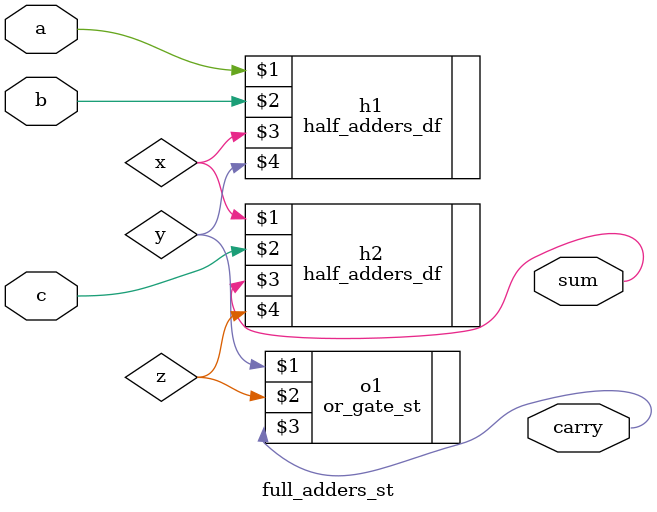
<source format=v>
`include "half_adders_df.v"
`include "or_gate_st.v"
module full_adders_st (
    input a,
    input b,
    input c,
    output sum,
    output carry
);

    half_adders_df h1(a,b,x,y);
    half_adders_df h2(x,c,sum,z);
    or_gate_st o1(y,z,carry);

endmodule
</source>
